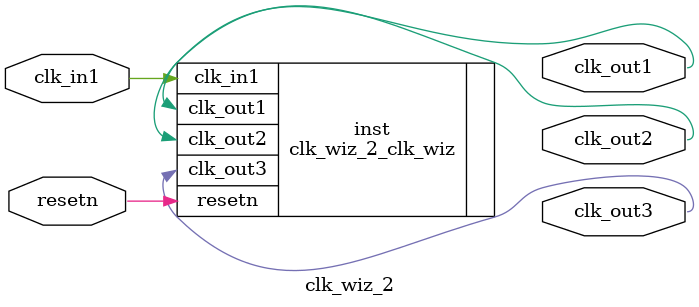
<source format=v>


`timescale 1ps/1ps

(* CORE_GENERATION_INFO = "clk_wiz_2,clk_wiz_v6_0_15_0_0,{component_name=clk_wiz_2,use_phase_alignment=true,use_min_o_jitter=false,use_max_i_jitter=false,use_dyn_phase_shift=false,use_inclk_switchover=false,use_dyn_reconfig=false,enable_axi=0,feedback_source=FDBK_AUTO,PRIMITIVE=MMCM,num_out_clk=3,clkin1_period=10.000,clkin2_period=10.000,use_power_down=false,use_reset=true,use_locked=false,use_inclk_stopped=false,feedback_type=SINGLE,CLOCK_MGR_TYPE=NA,manual_override=false}" *)

module clk_wiz_2 
 (
  // Clock out ports
  output        clk_out1,
  output        clk_out2,
  output        clk_out3,
  // Status and control signals
  input         resetn,
 // Clock in ports
  input         clk_in1
 );

  clk_wiz_2_clk_wiz inst
  (
  // Clock out ports  
  .clk_out1(clk_out1),
  .clk_out2(clk_out2),
  .clk_out3(clk_out3),
  // Status and control signals               
  .resetn(resetn), 
 // Clock in ports
  .clk_in1(clk_in1)
  );

endmodule

</source>
